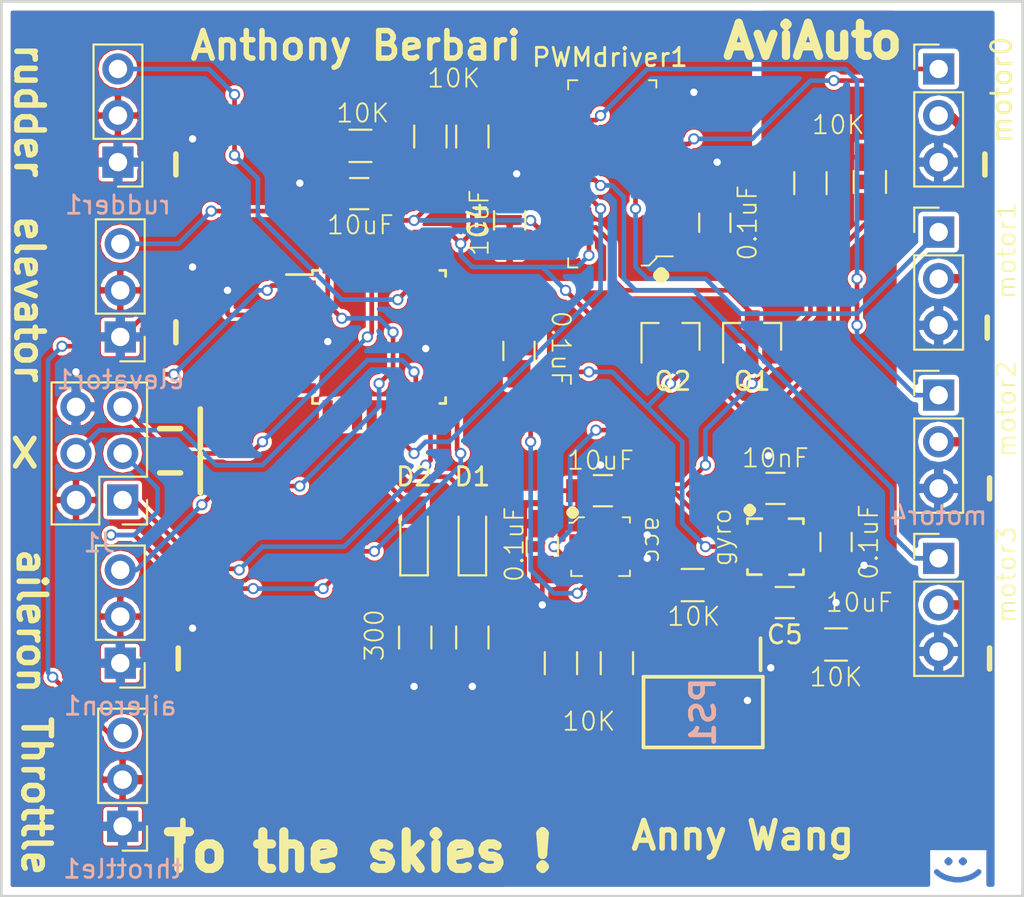
<source format=kicad_pcb>
(kicad_pcb (version 4) (host pcbnew 4.0.7)
  (layers (0 F.Cu signal) (31 B.Cu signal) (34 B.Paste user) (35 F.Paste user) (36 B.SilkS user) (37 F.SilkS user) (38 B.Mask user) (39 F.Mask user) (44 Edge.Cuts user))
  (net 0 "")
  (net 1 GND)
  (net 2 VCC)
  (net 3 "Net-(C9-Pad1)")
  (net 4 "Net-(D1-Pad1)")
  (net 5 "Net-(D1-Pad2)")
  (net 6 "Net-(D2-Pad1)")
  (net 7 "Net-(D2-Pad2)")
  (net 8 VAA)
  (net 9 "Net-(J1-Pad1)")
  (net 10 "Net-(J1-Pad3)")
  (net 11 "Net-(J1-Pad5)")
  (net 12 "Net-(PWMdriver1-Pad6)")
  (net 13 "Net-(PWMdriver1-Pad10)")
  (net 14 "Net-(PWMdriver1-Pad17)")
  (net 15 "Net-(PWMdriver1-Pad22)")
  (net 16 "Net-(PWMdriver1-Pad23)")
  (net 17 "Net-(PWMdriver1-Pad26)")
  (net 18 "Net-(PWMdriver1-Pad27)")
  (net 19 "Net-(J1-Pad4)")
  (net 20 "Net-(U1-Pad32)")
  (net 21 "Net-(U1-Pad31)")
  (net 22 "Net-(U1-Pad26)")
  (net 23 "Net-(U1-Pad1)")
  (net 24 "Net-(IC1-Pad2)")
  (net 25 "Net-(IC1-Pad3)")
  (net 26 "Net-(IC1-Pad4)")
  (net 27 "Net-(IC1-Pad5)")
  (net 28 "Net-(R9-Pad1)")
  (net 29 "Net-(R11-Pad2)")
  (module Capacitors_SMD:C_0805_HandSoldering (layer F.Cu) (at 251.968 83.058 180)
    (fp_text reference C5 (at 0 -1.75 180) (layer F.SilkS))
    (fp_text value 10u)
    (pad 1 smd rect (at -1.25 0 180) (size 1.5 1.25) (layers F.Cu F.Paste F.Mask) (net 1 GND))
    (pad 2 smd rect (at 1.25 0 180) (size 1.5 1.25) (layers F.Cu F.Paste F.Mask) (net 8 VAA))
  )
  (module Capacitors_SMD:C_0805_HandSoldering (layer F.Cu) (at 254.762 79.756 270)
    (fp_text reference C6 hide)
    (fp_text value 0.1uF)
    (pad 1 smd rect (at -1.25 0 270) (size 1.5 1.25) (layers F.Cu F.Paste F.Mask) (net 8 VAA))
    (pad 2 smd rect (at 1.25 0 270) (size 1.5 1.25) (layers F.Cu F.Paste F.Mask) (net 1 GND))
  )
  (module Capacitors_SMD:C_0805_HandSoldering (layer F.Cu) (at 238.76 80.01 270)
    (fp_text reference C7 hide)
    (fp_text value 0.1uF)
    (pad 1 smd rect (at -1.25 0 270) (size 1.5 1.25) (layers F.Cu F.Paste F.Mask) (net 8 VAA))
    (pad 2 smd rect (at 1.25 0 270) (size 1.5 1.25) (layers F.Cu F.Paste F.Mask) (net 1 GND))
  )
  (module Capacitors_SMD:C_0805_HandSoldering (layer F.Cu) (at 242.062 76.962)
    (fp_text reference C8 hide)
    (fp_text value 10uF)
    (pad 1 smd rect (at -1.25 0) (size 1.5 1.25) (layers F.Cu F.Paste F.Mask) (net 8 VAA))
    (pad 2 smd rect (at 1.25 0) (size 1.5 1.25) (layers F.Cu F.Paste F.Mask) (net 1 GND))
  )
  (module Capacitors_SMD:C_0805_HandSoldering (layer F.Cu) (at 251.46 76.835 180)
    (fp_text reference C9 hide)
    (fp_text value 10nF)
    (pad 1 smd rect (at -1.25 0 180) (size 1.5 1.25) (layers F.Cu F.Paste F.Mask) (net 3 "Net-(C9-Pad1)"))
    (pad 2 smd rect (at 1.25 0 180) (size 1.5 1.25) (layers F.Cu F.Paste F.Mask) (net 1 GND))
  )
  (module LEDs:LED_0805_HandSoldering (layer F.Cu) (at 234.95 79.375 90)
    (fp_text reference D1 (at 3.175 0 180) (layer F.SilkS))
    (fp_text value green)
    (pad 1 smd rect (at -1.35 0 90) (size 1.5 1.3) (layers F.Cu F.Paste F.Mask) (net 4 "Net-(D1-Pad1)"))
    (pad 2 smd rect (at 1.35 0 90) (size 1.5 1.3) (layers F.Cu F.Paste F.Mask) (net 5 "Net-(D1-Pad2)"))
  )
  (module LEDs:LED_0805_HandSoldering (layer F.Cu) (at 231.775 79.375 90)
    (fp_text reference D2 (at 3.175 0 180) (layer F.SilkS))
    (fp_text value red)
    (pad 1 smd rect (at -1.35 0 90) (size 1.5 1.3) (layers F.Cu F.Paste F.Mask) (net 6 "Net-(D2-Pad1)"))
    (pad 2 smd rect (at 1.35 0 90) (size 1.5 1.3) (layers F.Cu F.Paste F.Mask) (net 7 "Net-(D2-Pad2)"))
  )
  (module digikey-footprints:TSSOP-28_W4.40mm (layer F.Cu) (at 242.57 59.69 90)
    (fp_text reference PWMdriver1 (at 6.35 -0.127 180) (layer F.SilkS))
    (fp_text value PCA9685PW_112)
    (pad 1 smd rect (at -4.225 2.8 90) (size 0.3 1.6) (layers F.Cu F.Paste F.Mask) (net 2 VCC))
    (pad 2 smd rect (at -3.575 2.8 90) (size 0.3 1.6) (layers F.Cu F.Paste F.Mask) (net 2 VCC))
    (pad 3 smd rect (at -2.925 2.8 90) (size 0.3 1.6) (layers F.Cu F.Paste F.Mask) (net 2 VCC))
    (pad 4 smd rect (at -2.275 2.8 90) (size 0.3 1.6) (layers F.Cu F.Paste F.Mask) (net 2 VCC))
    (pad 5 smd rect (at -1.625 2.8 90) (size 0.3 1.6) (layers F.Cu F.Paste F.Mask) (net 1 GND))
    (pad 6 smd rect (at -0.975 2.8 90) (size 0.3 1.6) (layers F.Cu F.Paste F.Mask) (net 12 "Net-(PWMdriver1-Pad6)"))
    (pad 7 smd rect (at -0.325 2.8 90) (size 0.3 1.6) (layers F.Cu F.Paste F.Mask))
    (pad 8 smd rect (at 0.325 2.8 90) (size 0.3 1.6) (layers F.Cu F.Paste F.Mask))
    (pad 9 smd rect (at 0.975 2.8 90) (size 0.3 1.6) (layers F.Cu F.Paste F.Mask))
    (pad 10 smd rect (at 1.625 2.8 90) (size 0.3 1.6) (layers F.Cu F.Paste F.Mask) (net 13 "Net-(PWMdriver1-Pad10)"))
    (pad 11 smd rect (at 2.275 2.8 90) (size 0.3 1.6) (layers F.Cu F.Paste F.Mask))
    (pad 12 smd rect (at 2.925 2.8 90) (size 0.3 1.6) (layers F.Cu F.Paste F.Mask))
    (pad 13 smd rect (at 3.575 2.8 90) (size 0.3 1.6) (layers F.Cu F.Paste F.Mask))
    (pad 14 smd rect (at 4.225 2.8 90) (size 0.3 1.6) (layers F.Cu F.Paste F.Mask) (net 1 GND))
    (pad 15 smd rect (at 4.225 -2.8 90) (size 0.3 1.6) (layers F.Cu F.Paste F.Mask))
    (pad 16 smd rect (at 3.575 -2.8 90) (size 0.3 1.6) (layers F.Cu F.Paste F.Mask))
    (pad 17 smd rect (at 2.925 -2.8 90) (size 0.3 1.6) (layers F.Cu F.Paste F.Mask) (net 14 "Net-(PWMdriver1-Pad17)"))
    (pad 18 smd rect (at 2.275 -2.8 90) (size 0.3 1.6) (layers F.Cu F.Paste F.Mask))
    (pad 19 smd rect (at 1.625 -2.8 90) (size 0.3 1.6) (layers F.Cu F.Paste F.Mask))
    (pad 20 smd rect (at 0.975 -2.8 90) (size 0.3 1.6) (layers F.Cu F.Paste F.Mask))
    (pad 21 smd rect (at 0.325 -2.8 90) (size 0.3 1.6) (layers F.Cu F.Paste F.Mask))
    (pad 22 smd rect (at -0.325 -2.8 90) (size 0.3 1.6) (layers F.Cu F.Paste F.Mask) (net 15 "Net-(PWMdriver1-Pad22)"))
    (pad 23 smd rect (at -0.975 -2.8 90) (size 0.3 1.6) (layers F.Cu F.Paste F.Mask) (net 16 "Net-(PWMdriver1-Pad23)"))
    (pad 24 smd rect (at -1.625 -2.8 90) (size 0.3 1.6) (layers F.Cu F.Paste F.Mask) (net 1 GND))
    (pad 25 smd rect (at -2.275 -2.8 90) (size 0.3 1.6) (layers F.Cu F.Paste F.Mask) (net 1 GND))
    (pad 26 smd rect (at -2.925 -2.8 90) (size 0.3 1.6) (layers F.Cu F.Paste F.Mask) (net 17 "Net-(PWMdriver1-Pad26)"))
    (pad 27 smd rect (at -3.575 -2.8 90) (size 0.3 1.6) (layers F.Cu F.Paste F.Mask) (net 18 "Net-(PWMdriver1-Pad27)"))
    (pad 28 smd rect (at -4.225 -2.8 90) (size 0.3 1.6) (layers F.Cu F.Paste F.Mask) (net 2 VCC))
  )
  (module Resistors_SMD:R_0805_HandSoldering (layer F.Cu) (at 234.95 57.658 90)
    (fp_text reference R1 hide)
    (fp_text value 10K)
    (pad 1 smd rect (at -1.35 0 90) (size 1.5 1.3) (layers F.Cu F.Paste F.Mask) (net 18 "Net-(PWMdriver1-Pad27)"))
    (pad 2 smd rect (at 1.35 0 90) (size 1.5 1.3) (layers F.Cu F.Paste F.Mask) (net 2 VCC))
  )
  (module Resistors_SMD:R_0805_HandSoldering (layer F.Cu) (at 232.664 57.658 90)
    (fp_text reference R2 hide)
    (fp_text value 10K)
    (pad 1 smd rect (at -1.35 0 90) (size 1.5 1.3) (layers F.Cu F.Paste F.Mask) (net 17 "Net-(PWMdriver1-Pad26)"))
    (pad 2 smd rect (at 1.35 0 90) (size 1.5 1.3) (layers F.Cu F.Paste F.Mask) (net 2 VCC))
  )
  (module Resistors_SMD:R_0805_HandSoldering (layer F.Cu) (at 234.95 84.963 270)
    (fp_text reference R3 hide)
    (fp_text value 300)
    (pad 1 smd rect (at -1.35 0 270) (size 1.5 1.3) (layers F.Cu F.Paste F.Mask) (net 4 "Net-(D1-Pad1)"))
    (pad 2 smd rect (at 1.35 0 270) (size 1.5 1.3) (layers F.Cu F.Paste F.Mask) (net 1 GND))
  )
  (module Resistors_SMD:R_0805_HandSoldering (layer F.Cu) (at 231.8385 84.963 270)
    (fp_text reference R4 hide)
    (fp_text value 300)
    (pad 1 smd rect (at -1.35 0 270) (size 1.5 1.3) (layers F.Cu F.Paste F.Mask) (net 6 "Net-(D2-Pad1)"))
    (pad 2 smd rect (at 1.35 0 270) (size 1.5 1.3) (layers F.Cu F.Paste F.Mask) (net 1 GND))
  )
  (module Resistors_SMD:R_0805_HandSoldering (layer F.Cu) (at 228.854 58.166)
    (fp_text reference R5 hide)
    (fp_text value 10K)
    (pad 1 smd rect (at -1.35 0) (size 1.5 1.3) (layers F.Cu F.Paste F.Mask) (net 11 "Net-(J1-Pad5)"))
    (pad 2 smd rect (at 1.35 0) (size 1.5 1.3) (layers F.Cu F.Paste F.Mask) (net 2 VCC))
  )
  (module Housings_QFP:TQFP-32_7x7mm_Pitch0.8mm (layer F.Cu) (at 229.87 68.58)
    (fp_text reference U1 hide)
    (fp_text value ATMEGA328-AU)
    (pad 1 smd rect (at -4.25 -2.8) (size 1.6 0.55) (layers F.Cu F.Paste F.Mask) (net 23 "Net-(U1-Pad1)"))
    (pad 2 smd rect (at -4.25 -2) (size 1.6 0.55) (layers F.Cu F.Paste F.Mask))
    (pad 3 smd rect (at -4.25 -1.2) (size 1.6 0.55) (layers F.Cu F.Paste F.Mask) (net 1 GND))
    (pad 4 smd rect (at -4.25 -0.4) (size 1.6 0.55) (layers F.Cu F.Paste F.Mask) (net 2 VCC))
    (pad 5 smd rect (at -4.25 0.4) (size 1.6 0.55) (layers F.Cu F.Paste F.Mask) (net 1 GND))
    (pad 6 smd rect (at -4.25 1.2) (size 1.6 0.55) (layers F.Cu F.Paste F.Mask) (net 2 VCC))
    (pad 7 smd rect (at -4.25 2) (size 1.6 0.55) (layers F.Cu F.Paste F.Mask))
    (pad 8 smd rect (at -4.25 2.8) (size 1.6 0.55) (layers F.Cu F.Paste F.Mask))
    (pad 9 smd rect (at -2.8 4.25 90) (size 1.6 0.55) (layers F.Cu F.Paste F.Mask))
    (pad 10 smd rect (at -2 4.25 90) (size 1.6 0.55) (layers F.Cu F.Paste F.Mask))
    (pad 11 smd rect (at -1.2 4.25 90) (size 1.6 0.55) (layers F.Cu F.Paste F.Mask))
    (pad 12 smd rect (at -0.4 4.25 90) (size 1.6 0.55) (layers F.Cu F.Paste F.Mask) (net 7 "Net-(D2-Pad2)"))
    (pad 13 smd rect (at 0.4 4.25 90) (size 1.6 0.55) (layers F.Cu F.Paste F.Mask) (net 5 "Net-(D1-Pad2)"))
    (pad 14 smd rect (at 1.2 4.25 90) (size 1.6 0.55) (layers F.Cu F.Paste F.Mask) (net 16 "Net-(PWMdriver1-Pad23)"))
    (pad 15 smd rect (at 2 4.25 90) (size 1.6 0.55) (layers F.Cu F.Paste F.Mask) (net 19 "Net-(J1-Pad4)"))
    (pad 16 smd rect (at 2.8 4.25 90) (size 1.6 0.55) (layers F.Cu F.Paste F.Mask) (net 9 "Net-(J1-Pad1)"))
    (pad 17 smd rect (at 4.25 2.8) (size 1.6 0.55) (layers F.Cu F.Paste F.Mask) (net 10 "Net-(J1-Pad3)"))
    (pad 18 smd rect (at 4.25 2) (size 1.6 0.55) (layers F.Cu F.Paste F.Mask) (net 2 VCC))
    (pad 19 smd rect (at 4.25 1.2) (size 1.6 0.55) (layers F.Cu F.Paste F.Mask))
    (pad 20 smd rect (at 4.25 0.4) (size 1.6 0.55) (layers F.Cu F.Paste F.Mask))
    (pad 21 smd rect (at 4.25 -0.4) (size 1.6 0.55) (layers F.Cu F.Paste F.Mask) (net 1 GND))
    (pad 22 smd rect (at 4.25 -1.2) (size 1.6 0.55) (layers F.Cu F.Paste F.Mask))
    (pad 23 smd rect (at 4.25 -2) (size 1.6 0.55) (layers F.Cu F.Paste F.Mask))
    (pad 24 smd rect (at 4.25 -2.8) (size 1.6 0.55) (layers F.Cu F.Paste F.Mask))
    (pad 25 smd rect (at 2.8 -4.25 90) (size 1.6 0.55) (layers F.Cu F.Paste F.Mask))
    (pad 26 smd rect (at 2 -4.25 90) (size 1.6 0.55) (layers F.Cu F.Paste F.Mask) (net 22 "Net-(U1-Pad26)"))
    (pad 27 smd rect (at 1.2 -4.25 90) (size 1.6 0.55) (layers F.Cu F.Paste F.Mask) (net 18 "Net-(PWMdriver1-Pad27)"))
    (pad 28 smd rect (at 0.4 -4.25 90) (size 1.6 0.55) (layers F.Cu F.Paste F.Mask) (net 17 "Net-(PWMdriver1-Pad26)"))
    (pad 29 smd rect (at -0.4 -4.25 90) (size 1.6 0.55) (layers F.Cu F.Paste F.Mask) (net 11 "Net-(J1-Pad5)"))
    (pad 30 smd rect (at -1.2 -4.25 90) (size 1.6 0.55) (layers F.Cu F.Paste F.Mask))
    (pad 31 smd rect (at -2 -4.25 90) (size 1.6 0.55) (layers F.Cu F.Paste F.Mask) (net 21 "Net-(U1-Pad31)"))
    (pad 32 smd rect (at -2.8 -4.25 90) (size 1.6 0.55) (layers F.Cu F.Paste F.Mask) (net 20 "Net-(U1-Pad32)"))
  )
  (module TO_SOT_Packages_SMD:SOT-23 (layer F.Cu) (at 250.19 68.58 90)
    (fp_text reference Q1 (at -2.413 0 180) (layer F.SilkS))
    (fp_text value BSS138)
    (pad 1 smd rect (at -1 -0.95 90) (size 0.9 0.8) (layers F.Cu F.Paste F.Mask) (net 8 VAA))
    (pad 2 smd rect (at -1 0.95 90) (size 0.9 0.8) (layers F.Cu F.Paste F.Mask) (net 24 "Net-(IC1-Pad2)"))
    (pad 3 smd rect (at 1 0 90) (size 0.9 0.8) (layers F.Cu F.Paste F.Mask) (net 17 "Net-(PWMdriver1-Pad26)"))
  )
  (module TO_SOT_Packages_SMD:SOT-23 (layer F.Cu) (at 245.745 68.58 90)
    (fp_text reference Q2 (at -2.413 0.127 180) (layer F.SilkS))
    (fp_text value BSS138)
    (pad 1 smd rect (at -1 -0.95 90) (size 0.9 0.8) (layers F.Cu F.Paste F.Mask) (net 8 VAA))
    (pad 2 smd rect (at -1 0.95 90) (size 0.9 0.8) (layers F.Cu F.Paste F.Mask) (net 25 "Net-(IC1-Pad3)"))
    (pad 3 smd rect (at 1 0 90) (size 0.9 0.8) (layers F.Cu F.Paste F.Mask) (net 18 "Net-(PWMdriver1-Pad27)"))
  )
  (module Capacitors_SMD:C_0805_HandSoldering (layer F.Cu) (at 237.49 69.342 270)
    (fp_text reference C1 hide)
    (fp_text value 0.1uF)
    (pad 1 smd rect (at -1.25 0 270) (size 1.5 1.25) (layers F.Cu F.Paste F.Mask) (net 1 GND))
    (pad 2 smd rect (at 1.25 0 270) (size 1.5 1.25) (layers F.Cu F.Paste F.Mask) (net 2 VCC))
  )
  (module Capacitors_SMD:C_0805_HandSoldering (layer F.Cu) (at 248.158 62.357 90)
    (fp_text reference C3 hide)
    (fp_text value 0.1uF)
    (pad 1 smd rect (at -1.25 0 90) (size 1.5 1.25) (layers F.Cu F.Paste F.Mask) (net 2 VCC))
    (pad 2 smd rect (at 1.25 0 90) (size 1.5 1.25) (layers F.Cu F.Paste F.Mask) (net 1 GND))
  )
  (module Capacitors_SMD:C_0805_HandSoldering (layer F.Cu) (at 236.982 62.23 90)
    (fp_text reference C4 (at 0 -1.75 90) (layer F.SilkS))
    (fp_text value 10uF)
    (pad 1 smd rect (at -1.25 0 90) (size 1.5 1.25) (layers F.Cu F.Paste F.Mask) (net 2 VCC))
    (pad 2 smd rect (at 1.25 0 90) (size 1.5 1.25) (layers F.Cu F.Paste F.Mask) (net 1 GND))
  )
  (module footprints:L3gd20h (layer F.Cu) (at 251.46 80.01)
    (fp_text reference IC1 hide)
    (fp_text value L3GD20H hide)
    (pad 1 smd rect (at -1.275 -1 90) (size 0.3 0.7) (layers F.Cu F.Paste F.Mask) (net 8 VAA))
    (pad 2 smd rect (at -1.275 -0.5 90) (size 0.3 0.7) (layers F.Cu F.Paste F.Mask) (net 24 "Net-(IC1-Pad2)"))
    (pad 3 smd rect (at -1.275 0 90) (size 0.3 0.7) (layers F.Cu F.Paste F.Mask) (net 25 "Net-(IC1-Pad3)"))
    (pad 4 smd rect (at -1.275 0.5 90) (size 0.3 0.7) (layers F.Cu F.Paste F.Mask) (net 26 "Net-(IC1-Pad4)"))
    (pad 5 smd rect (at -1.275 1 90) (size 0.3 0.7) (layers F.Cu F.Paste F.Mask) (net 27 "Net-(IC1-Pad5)"))
    (pad 6 smd rect (at -0.5 1.275) (size 0.3 0.7) (layers F.Cu F.Paste F.Mask))
    (pad 7 smd rect (at 0 1.275) (size 0.3 0.7) (layers F.Cu F.Paste F.Mask))
    (pad 8 smd rect (at 0.5 1.275) (size 0.3 0.7) (layers F.Cu F.Paste F.Mask) (net 1 GND))
    (pad 9 smd rect (at 1.275 1 90) (size 0.3 0.7) (layers F.Cu F.Paste F.Mask) (net 1 GND))
    (pad 10 smd rect (at 1.275 0.5 90) (size 0.3 0.7) (layers F.Cu F.Paste F.Mask) (net 1 GND))
    (pad 11 smd rect (at 1.275 0 90) (size 0.3 0.7) (layers F.Cu F.Paste F.Mask) (net 1 GND))
    (pad 12 smd rect (at 1.275 -0.5 90) (size 0.3 0.7) (layers F.Cu F.Paste F.Mask) (net 1 GND))
    (pad 13 smd rect (at 1.275 -1 90) (size 0.3 0.7) (layers F.Cu F.Paste F.Mask) (net 1 GND))
    (pad 14 smd rect (at 0.5 -1.275) (size 0.3 0.7) (layers F.Cu F.Paste F.Mask) (net 3 "Net-(C9-Pad1)"))
    (pad 15 smd rect (at 0 -1.275) (size 0.3 0.7) (layers F.Cu F.Paste F.Mask) (net 8 VAA))
    (pad 16 smd rect (at -0.5 -1.275) (size 0.3 0.7) (layers F.Cu F.Paste F.Mask) (net 8 VAA))
  )
  (module Pin_Headers:Pin_Header_Straight_1x03_Pitch2.54mm (layer F.Cu) (at 215.773 86.36 180)
    (fp_text reference aileron1 (at 0 -2.33 180) (layer B.SilkS) (effects (justify mirror)))
    (fp_text value Conn_01x03)
    (pad 1 thru_hole rect (at 0 0 180) (size 1.7 1.7) (drill 1) (layers *.Cu *.Mask) (net 1 GND))
    (pad 2 thru_hole oval (at 0 2.54 180) (size 1.7 1.7) (drill 1) (layers *.Cu *.Mask) (net 2 VCC))
    (pad 3 thru_hole oval (at 0 5.08 180) (size 1.7 1.7) (drill 1) (layers *.Cu *.Mask) (net 20 "Net-(U1-Pad32)"))
  )
  (module Capacitors_SMD:C_0805_HandSoldering (layer F.Cu) (at 228.7905 60.7695)
    (fp_text reference C2 hide)
    (fp_text value 10uF)
    (pad 1 smd rect (at -1.25 0) (size 1.5 1.25) (layers F.Cu F.Paste F.Mask) (net 1 GND))
    (pad 2 smd rect (at 1.25 0) (size 1.5 1.25) (layers F.Cu F.Paste F.Mask) (net 2 VCC))
  )
  (module Pin_Headers:Pin_Header_Straight_1x03_Pitch2.54mm (layer F.Cu) (at 215.773 68.58 180)
    (fp_text reference elevator1 (at 0 -2.33 180) (layer B.SilkS) (effects (justify mirror)))
    (fp_text value Conn_01x03)
    (pad 1 thru_hole rect (at 0 0 180) (size 1.7 1.7) (drill 1) (layers *.Cu *.Mask) (net 1 GND))
    (pad 2 thru_hole oval (at 0 2.54 180) (size 1.7 1.7) (drill 1) (layers *.Cu *.Mask) (net 2 VCC))
    (pad 3 thru_hole oval (at 0 5.08 180) (size 1.7 1.7) (drill 1) (layers *.Cu *.Mask) (net 21 "Net-(U1-Pad31)"))
  )
  (module Pin_Headers:Pin_Header_Straight_2x03_Pitch2.54mm (layer F.Cu) (at 215.9 77.47 180)
    (fp_text reference J1 (at 1.27 -2.33 180) (layer B.SilkS) (effects (justify mirror)))
    (fp_text value programmer)
    (pad 1 thru_hole rect (at 0 0 180) (size 1.7 1.7) (drill 1) (layers *.Cu *.Mask) (net 9 "Net-(J1-Pad1)"))
    (pad 2 thru_hole oval (at 2.54 0 180) (size 1.7 1.7) (drill 1) (layers *.Cu *.Mask) (net 2 VCC))
    (pad 3 thru_hole oval (at 0 2.54 180) (size 1.7 1.7) (drill 1) (layers *.Cu *.Mask) (net 10 "Net-(J1-Pad3)"))
    (pad 4 thru_hole oval (at 2.54 2.54 180) (size 1.7 1.7) (drill 1) (layers *.Cu *.Mask) (net 19 "Net-(J1-Pad4)"))
    (pad 5 thru_hole oval (at 0 5.08 180) (size 1.7 1.7) (drill 1) (layers *.Cu *.Mask) (net 11 "Net-(J1-Pad5)"))
    (pad 6 thru_hole oval (at 2.54 5.08 180) (size 1.7 1.7) (drill 1) (layers *.Cu *.Mask) (net 1 GND))
  )
  (module Pin_Headers:Pin_Header_Straight_1x03_Pitch2.54mm (layer F.Cu) (at 260.35 62.865)
    (fp_text reference motor1 hide)
    (fp_text value Conn_01x03)
    (pad 1 thru_hole rect (at 0 0) (size 1.7 1.7) (drill 1) (layers *.Cu *.Mask) (net 12 "Net-(PWMdriver1-Pad6)"))
    (pad 2 thru_hole oval (at 0 2.54) (size 1.7 1.7) (drill 1) (layers *.Cu *.Mask) (net 2 VCC))
    (pad 3 thru_hole oval (at 0 5.08) (size 1.7 1.7) (drill 1) (layers *.Cu *.Mask) (net 1 GND))
  )
  (module Pin_Headers:Pin_Header_Straight_1x03_Pitch2.54mm (layer F.Cu) (at 260.35 53.975)
    (fp_text reference motor2 hide)
    (fp_text value Conn_01x03)
    (pad 1 thru_hole rect (at 0 0) (size 1.7 1.7) (drill 1) (layers *.Cu *.Mask) (net 13 "Net-(PWMdriver1-Pad10)"))
    (pad 2 thru_hole oval (at 0 2.54) (size 1.7 1.7) (drill 1) (layers *.Cu *.Mask) (net 2 VCC))
    (pad 3 thru_hole oval (at 0 5.08) (size 1.7 1.7) (drill 1) (layers *.Cu *.Mask) (net 1 GND))
  )
  (module Pin_Headers:Pin_Header_Straight_1x03_Pitch2.54mm (layer F.Cu) (at 260.35 71.755)
    (fp_text reference motor3 hide)
    (fp_text value Conn_01x03)
    (pad 1 thru_hole rect (at 0 0) (size 1.7 1.7) (drill 1) (layers *.Cu *.Mask) (net 14 "Net-(PWMdriver1-Pad17)"))
    (pad 2 thru_hole oval (at 0 2.54) (size 1.7 1.7) (drill 1) (layers *.Cu *.Mask) (net 2 VCC))
    (pad 3 thru_hole oval (at 0 5.08) (size 1.7 1.7) (drill 1) (layers *.Cu *.Mask) (net 1 GND))
  )
  (module Pin_Headers:Pin_Header_Straight_1x03_Pitch2.54mm (layer F.Cu) (at 260.35 80.645)
    (fp_text reference motor4 (at 0 -2.33) (layer B.SilkS) (effects (justify mirror)))
    (fp_text value Conn_01x03)
    (pad 1 thru_hole rect (at 0 0) (size 1.7 1.7) (drill 1) (layers *.Cu *.Mask) (net 15 "Net-(PWMdriver1-Pad22)"))
    (pad 2 thru_hole oval (at 0 2.54) (size 1.7 1.7) (drill 1) (layers *.Cu *.Mask) (net 2 VCC))
    (pad 3 thru_hole oval (at 0 5.08) (size 1.7 1.7) (drill 1) (layers *.Cu *.Mask) (net 1 GND))
  )
  (module SamacSys_Parts:SOT230P700X170-4N (layer F.Cu) (at 247.523 89.027 270)
    (fp_text reference PS1 (at 0 0 270) (layer B.SilkS) (effects (font (size 1.27 1.27) (thickness 0.254)) (justify mirror)))
    (fp_text value SPX1117M3-L-5-0_TR hide)
    (pad 1 smd rect (at -3.15 -2.3) (size 0.95 1.75) (layers F.Cu F.Paste F.Mask) (net 1 GND))
    (pad 2 smd rect (at -3.15 0) (size 0.95 1.75) (layers F.Cu F.Paste F.Mask) (net 8 VAA))
    (pad 3 smd rect (at -3.15 2.3) (size 0.95 1.75) (layers F.Cu F.Paste F.Mask) (net 2 VCC))
    (pad 4 smd rect (at 3.15 0 270) (size 1.75 3.2) (layers F.Cu F.Paste F.Mask))
  )
  (module Resistors_SMD:R_0805_HandSoldering (layer F.Cu) (at 256.6035 60.1345 270)
    (fp_text reference R6 hide)
    (fp_text value 10K)
    (pad 1 smd rect (at -1.35 0 270) (size 1.5 1.3) (layers F.Cu F.Paste F.Mask) (net 8 VAA))
    (pad 2 smd rect (at 1.35 0 270) (size 1.5 1.3) (layers F.Cu F.Paste F.Mask) (net 25 "Net-(IC1-Pad3)"))
  )
  (module Resistors_SMD:R_0805_HandSoldering (layer F.Cu) (at 253.365 60.198 270)
    (fp_text reference R7 hide)
    (fp_text value 10K)
    (pad 1 smd rect (at -1.35 0 270) (size 1.5 1.3) (layers F.Cu F.Paste F.Mask) (net 8 VAA))
    (pad 2 smd rect (at 1.35 0 270) (size 1.5 1.3) (layers F.Cu F.Paste F.Mask) (net 24 "Net-(IC1-Pad2)"))
  )
  (module Resistors_SMD:R_0805_HandSoldering (layer F.Cu) (at 246.9515 82.1055 180)
    (fp_text reference R8 hide)
    (fp_text value 10K)
    (pad 1 smd rect (at -1.35 0 180) (size 1.5 1.3) (layers F.Cu F.Paste F.Mask) (net 26 "Net-(IC1-Pad4)"))
    (pad 2 smd rect (at 1.35 0 180) (size 1.5 1.3) (layers F.Cu F.Paste F.Mask) (net 8 VAA))
  )
  (module Resistors_SMD:R_0805_HandSoldering (layer F.Cu) (at 242.824 86.36 270)
    (fp_text reference R9 hide)
    (fp_text value 10K)
    (pad 1 smd rect (at -1.35 0 270) (size 1.5 1.3) (layers F.Cu F.Paste F.Mask) (net 28 "Net-(R9-Pad1)"))
    (pad 2 smd rect (at 1.35 0 270) (size 1.5 1.3) (layers F.Cu F.Paste F.Mask) (net 8 VAA))
  )
  (module Resistors_SMD:R_0805_HandSoldering (layer F.Cu) (at 254.762 85.344)
    (fp_text reference R10 hide)
    (fp_text value 10K)
    (pad 1 smd rect (at -1.35 0) (size 1.5 1.3) (layers F.Cu F.Paste F.Mask) (net 27 "Net-(IC1-Pad5)"))
    (pad 2 smd rect (at 1.35 0) (size 1.5 1.3) (layers F.Cu F.Paste F.Mask) (net 8 VAA))
  )
  (module Resistors_SMD:R_0805_HandSoldering (layer F.Cu) (at 239.776 86.36 90)
    (fp_text reference R11 hide)
    (fp_text value 10K)
    (pad 1 smd rect (at -1.35 0 90) (size 1.5 1.3) (layers F.Cu F.Paste F.Mask) (net 8 VAA))
    (pad 2 smd rect (at 1.35 0 90) (size 1.5 1.3) (layers F.Cu F.Paste F.Mask) (net 29 "Net-(R11-Pad2)"))
  )
  (module Pin_Headers:Pin_Header_Straight_1x03_Pitch2.54mm (layer F.Cu) (at 215.646 59.055 180)
    (fp_text reference rudder1 (at 0 -2.33 180) (layer B.SilkS) (effects (justify mirror)))
    (fp_text value Conn_01x03)
    (pad 1 thru_hole rect (at 0 0 180) (size 1.7 1.7) (drill 1) (layers *.Cu *.Mask) (net 1 GND))
    (pad 2 thru_hole oval (at 0 2.54 180) (size 1.7 1.7) (drill 1) (layers *.Cu *.Mask) (net 2 VCC))
    (pad 3 thru_hole oval (at 0 5.08 180) (size 1.7 1.7) (drill 1) (layers *.Cu *.Mask) (net 22 "Net-(U1-Pad26)"))
  )
  (module Pin_Headers:Pin_Header_Straight_1x03_Pitch2.54mm (layer F.Cu) (at 215.9 95.25 180)
    (fp_text reference throttle1 (at 0 -2.33 180) (layer B.SilkS) (effects (justify mirror)))
    (fp_text value Conn_01x03)
    (pad 1 thru_hole rect (at 0 0 180) (size 1.7 1.7) (drill 1) (layers *.Cu *.Mask) (net 1 GND))
    (pad 2 thru_hole oval (at 0 2.54 180) (size 1.7 1.7) (drill 1) (layers *.Cu *.Mask) (net 2 VCC))
    (pad 3 thru_hole oval (at 0 5.08 180) (size 1.7 1.7) (drill 1) (layers *.Cu *.Mask) (net 23 "Net-(U1-Pad1)"))
  )
  (module footprints:Lis3dh (layer F.Cu) (at 241.935 80.01)
    (fp_text reference U2 hide)
    (fp_text value LIS3DHTR)
    (pad 3 smd rect (at -1.275 0) (size 0.85 0.35) (layers F.Cu F.Paste F.Mask))
    (pad 2 smd rect (at -1.275 -0.5) (size 0.85 0.35) (layers F.Cu F.Paste F.Mask))
    (pad 1 smd rect (at -1.275 -1) (size 0.85 0.35) (layers F.Cu F.Paste F.Mask) (net 8 VAA))
    (pad 4 smd rect (at -1.275 0.5) (size 0.85 0.35) (layers F.Cu F.Paste F.Mask) (net 24 "Net-(IC1-Pad2)"))
    (pad 5 smd rect (at -1.275 1) (size 0.85 0.35) (layers F.Cu F.Paste F.Mask) (net 1 GND))
    (pad 15 smd rect (at 0 -1.275) (size 0.35 0.75) (layers F.Cu F.Paste F.Mask))
    (pad 16 smd rect (at -0.5 -1.275) (size 0.35 0.75) (layers F.Cu F.Paste F.Mask))
    (pad 14 smd rect (at 0.5 -1.275) (size 0.35 0.75) (layers F.Cu F.Paste F.Mask) (net 8 VAA))
    (pad 13 smd rect (at 1.275 -1) (size 0.85 0.35) (layers F.Cu F.Paste F.Mask))
    (pad 12 smd rect (at 1.275 -0.5) (size 0.85 0.35) (layers F.Cu F.Paste F.Mask) (net 1 GND))
    (pad 11 smd rect (at 1.275 0) (size 0.85 0.35) (layers F.Cu F.Paste F.Mask))
    (pad 10 smd rect (at 1.275 0.5) (size 0.85 0.35) (layers F.Cu F.Paste F.Mask) (net 1 GND))
    (pad 9 smd rect (at 1.275 1) (size 0.85 0.35) (layers F.Cu F.Paste F.Mask))
    (pad 6 smd rect (at -0.5 1.275) (size 0.35 0.85) (layers F.Cu F.Paste F.Mask) (net 25 "Net-(IC1-Pad3)"))
    (pad 7 smd rect (at 0 1.275) (size 0.35 0.85) (layers F.Cu F.Paste F.Mask) (net 29 "Net-(R11-Pad2)"))
    (pad 8 smd rect (at 0.5 1.275) (size 0.35 0.85) (layers F.Cu F.Paste F.Mask) (net 28 "Net-(R9-Pad1)"))
  )
  (gr_text ":)" (at 261.493 97.663 270) (layer B.Cu) (effects (font (size 1.5 1.5) (thickness 0.3))))
  (gr_line (start 264.922 99.06) (end 264.922 50.292) (angle 90) (layer Edge.Cuts) (width 0.15))
  (gr_line (start 209.296 99.06) (end 264.922 99.06) (angle 90) (layer Edge.Cuts) (width 0.15))
  (gr_line (start 209.296 50.292) (end 209.296 99.06) (angle 90) (layer Edge.Cuts) (width 0.15))
  (gr_line (start 264.922 50.292) (end 209.296 50.292) (angle 90) (layer Edge.Cuts) (width 0.15))
  (gr_text motor3 (at 264.033 81.534 90) (layer F.SilkS) (effects (font (size 1 1) (thickness 0.1))))
  (gr_text motor2 (at 264.033 72.517 90) (layer F.SilkS) (effects (font (size 1 1) (thickness 0.1))))
  (gr_text motor1 (at 264.033 63.881 90) (layer F.SilkS) (effects (font (size 1 1) (thickness 0.1))))
  (gr_text gyro (at 248.539 79.502 90) (layer F.SilkS) (effects (font (size 1 1) (thickness 0.1))))
  (gr_text acc (at 244.856 79.629 270) (layer F.SilkS) (effects (font (size 1 1) (thickness 0.1))))
  (gr_text 0.1uF (at 239.776 69.215 270) (layer F.SilkS) (effects (font (size 1 1) (thickness 0.1))))
  (gr_text 10nF (at 251.46 75.184) (layer F.SilkS) (effects (font (size 1 1) (thickness 0.1))))
  (gr_text 0.1uF (at 256.54 79.756 90) (layer F.SilkS) (effects (font (size 1 1) (thickness 0.1))))
  (gr_text 10uF (at 256.032 83.058) (layer F.SilkS) (effects (font (size 1 1) (thickness 0.1))))
  (gr_text 10K (at 254.762 87.122) (layer F.SilkS) (effects (font (size 1 1) (thickness 0.1))))
  (gr_text 10K (at 241.3 89.535) (layer F.SilkS) (effects (font (size 1 1) (thickness 0.1))))
  (gr_text 0.1uF (at 237.236 79.883 90) (layer F.SilkS) (effects (font (size 1 1) (thickness 0.1))))
  (gr_text 10uF (at 241.935 75.311) (layer F.SilkS) (effects (font (size 1 1) (thickness 0.1))))
  (gr_text 10K (at 247.015 83.82) (layer F.SilkS) (effects (font (size 1 1) (thickness 0.1))))
  (gr_text . (at 250.063 77.216) (layer F.SilkS) (effects (font (size 2 2) (thickness 0.5))))
  (gr_text . (at 240.411 77.343) (layer F.SilkS) (effects (font (size 2 2) (thickness 0.5))))
  (gr_text 10K (at 254.889 57.023) (layer F.SilkS) (effects (font (size 1 1) (thickness 0.1))))
  (gr_text 0.1uF (at 249.936 62.357 90) (layer F.SilkS) (effects (font (size 1 1) (thickness 0.1))))
  (gr_text 10uF (at 235.331 62.357 90) (layer F.SilkS) (effects (font (size 1 1) (thickness 0.1))))
  (gr_text . (at 245.237 64.008) (layer F.SilkS) (effects (font (size 3 3) (thickness 0.6))))
  (gr_text 10K (at 233.934 54.483) (layer F.SilkS) (effects (font (size 1 1) (thickness 0.1))))
  (gr_text "10K\n" (at 228.981 56.388) (layer F.SilkS) (effects (font (size 1 1) (thickness 0.1))))
  (gr_text 10uF (at 228.854 62.484) (layer F.SilkS) (effects (font (size 1 1) (thickness 0.1))))
  (gr_text 300 (at 229.616 84.836 90) (layer F.SilkS) (effects (font (size 1 1) (thickness 0.1))))
  (gr_text - (at 219.075 95.504 90) (layer F.SilkS) (effects (font (size 1.5 1.5) (thickness 0.3))))
  (gr_text - (at 218.821 86.106 90) (layer F.SilkS) (effects (font (size 1.5 1.5) (thickness 0.3))))
  (gr_text - (at 218.694 68.326 90) (layer F.SilkS) (effects (font (size 1.5 1.5) (thickness 0.3))))
  (gr_text - (at 218.694 59.182 90) (layer F.SilkS) (effects (font (size 1.5 1.5) (thickness 0.3))))
  (gr_text - (at 262.763 59.182 90) (layer F.SilkS) (effects (font (size 1.5 1.5) (thickness 0.3))))
  (gr_text - (at 262.89 68.072 90) (layer F.SilkS) (effects (font (size 1.5 1.5) (thickness 0.3))))
  (gr_text - (at 263.017 76.835 90) (layer F.SilkS) (effects (font (size 1.5 1.5) (thickness 0.3))))
  (gr_text - (at 263.017 86.106 90) (layer F.SilkS) (effects (font (size 1.5 1.5) (thickness 0.3))))
  (gr_text motor0 (at 263.779 55.118 90) (layer F.SilkS) (effects (font (size 1.1 1.1))))
  (gr_text X (at 210.566 74.93) (layer F.SilkS) (effects (font (size 1.5 1.5) (thickness 0.3))))
  (gr_text "-|\n-|" (at 219.202 74.676) (layer F.SilkS) (effects (font (size 1.5 1.5) (thickness 0.3))))
  (gr_text "rudder\n" (at 210.82 56.261 270) (layer F.SilkS) (effects (font (size 1.5 1.5) (thickness 0.3))))
  (gr_text "aileron\n" (at 210.947 84.074 270) (layer F.SilkS) (effects (font (size 1.5 1.5) (thickness 0.3))))
  (gr_text elevator (at 210.82 66.548 270) (layer F.SilkS) (effects (font (size 1.5 1.5) (thickness 0.3))))
  (gr_text "Throttle\n" (at 211.201 93.599 270) (layer F.SilkS) (effects (font (size 1.5 1.5) (thickness 0.3))))
  (gr_text "Anny Wang" (at 249.682 95.758) (layer F.SilkS) (effects (font (size 1.5 1.5) (thickness 0.3))))
  (gr_text AviAuto (at 253.492 52.451) (layer F.SilkS) (effects (font (size 1.8 1.8) (thickness 0.45))))
  (gr_text "To the skies !" (at 228.727 96.647) (layer F.SilkS) (effects (font (size 2 2) (thickness 0.5))))
  (gr_text "Anthony Berbari" (at 228.6 52.705) (layer F.SilkS) (effects (font (size 1.5 1.5) (thickness 0.3))))
  (segment (start 236.982 60.98) (end 236.982 60.071) (width 0.254) (layer F.Cu) (net 1))
  (via (at 237.363 59.69) (size 0.6096) (drill 0.4) (layers F.Cu B.Cu) (net 1))
  (segment (start 236.982 60.071) (end 237.363 59.69) (width 0.254) (layer F.Cu) (net 1))
  (segment (start 236.982 60.98) (end 237.764 60.98) (width 0.254) (layer F.Cu) (net 1))
  (segment (start 238.099 61.315) (end 239.77 61.315) (width 0.254) (layer F.Cu) (net 1))
  (segment (start 237.764 60.98) (end 238.099 61.315) (width 0.254) (layer F.Cu) (net 1))
  (via (at 225.552 60.198) (size 0.6096) (drill 0.4) (layers F.Cu B.Cu) (net 1))
  (segment (start 226.1235 60.7695) (end 225.552 60.198) (width 0.254) (layer F.Cu) (net 1))
  (segment (start 227.5405 60.7695) (end 226.1235 60.7695) (width 0.254) (layer F.Cu) (net 1))
  (segment (start 252.735 81.01) (end 252.735 82.575) (width 0.254) (layer F.Cu) (net 1))
  (segment (start 252.735 82.575) (end 253.218 83.058) (width 0.254) (layer F.Cu) (net 1))
  (segment (start 249.823 85.877) (end 250.469 85.877) (width 0.254) (layer F.Cu) (net 1))
  (via (at 251.206 86.614) (size 0.6096) (drill 0.4) (layers F.Cu B.Cu) (net 1))
  (segment (start 250.469 85.877) (end 251.206 86.614) (width 0.254) (layer F.Cu) (net 1))
  (segment (start 254.762 81.006) (end 252.739 81.006) (width 0.254) (layer F.Cu) (net 1))
  (segment (start 252.739 81.006) (end 252.735 81.01) (width 0.254) (layer F.Cu) (net 1))
  (segment (start 254.762 81.006) (end 256.266 81.006) (width 0.254) (layer F.Cu) (net 1))
  (via (at 256.286 81.026) (size 0.6096) (drill 0.4) (layers F.Cu B.Cu) (net 1))
  (segment (start 256.266 81.006) (end 256.286 81.026) (width 0.254) (layer F.Cu) (net 1))
  (segment (start 253.218 83.058) (end 254.762 83.058) (width 0.254) (layer F.Cu) (net 1))
  (via (at 254.762 83.058) (size 0.6096) (drill 0.4) (layers F.Cu B.Cu) (net 1))
  (segment (start 253.218 83.058) (end 252.984 83.058) (width 0.254) (layer F.Cu) (net 1))
  (segment (start 243.185 76.835) (end 243.185 76.815) (width 0.254) (layer F.Cu) (net 1))
  (segment (start 243.185 76.815) (end 241.935 75.565) (width 0.254) (layer F.Cu) (net 1))
  (via (at 241.935 75.565) (size 0.6096) (drill 0.4) (layers F.Cu B.Cu) (net 1))
  (segment (start 248.158 61.107) (end 248.158 59.182) (width 0.254) (layer F.Cu) (net 1))
  (via (at 248.285 59.055) (size 0.6096) (drill 0.4) (layers F.Cu B.Cu) (net 1))
  (segment (start 248.158 59.182) (end 248.285 59.055) (width 0.254) (layer F.Cu) (net 1))
  (segment (start 245.37 61.315) (end 247.95 61.315) (width 0.254) (layer F.Cu) (net 1))
  (segment (start 247.95 61.315) (end 248.158 61.107) (width 0.254) (layer F.Cu) (net 1))
  (segment (start 252.735 79.01) (end 252.735 79.51) (width 0.254) (layer F.Cu) (net 1))
  (segment (start 252.735 79.51) (end 252.735 80.01) (width 0.254) (layer F.Cu) (net 1))
  (segment (start 252.735 80.01) (end 252.735 80.51) (width 0.254) (layer F.Cu) (net 1))
  (segment (start 252.735 80.51) (end 252.735 81.01) (width 0.254) (layer F.Cu) (net 1))
  (segment (start 252.735 81.01) (end 252.46 81.285) (width 0.254) (layer F.Cu) (net 1))
  (segment (start 252.46 81.285) (end 251.96 81.285) (width 0.254) (layer F.Cu) (net 1))
  (segment (start 231.775 86.44) (end 231.775 87.63) (width 0.254) (layer F.Cu) (net 1))
  (via (at 231.775 87.63) (size 0.6096) (drill 0.4) (layers F.Cu B.Cu) (net 1))
  (segment (start 234.95 86.44) (end 234.95 87.63) (width 0.254) (layer F.Cu) (net 1))
  (via (at 234.95 87.63) (size 0.6096) (drill 0.4) (layers F.Cu B.Cu) (net 1))
  (segment (start 215.9 59.055) (end 218.44 59.055) (width 0.254) (layer F.Cu) (net 1))
  (via (at 219.71 57.785) (size 0.6096) (drill 0.4) (layers F.Cu B.Cu) (net 1))
  (segment (start 218.44 59.055) (end 219.71 57.785) (width 0.254) (layer F.Cu) (net 1))
  (segment (start 215.9 68.58) (end 219.71 64.77) (width 0.254) (layer F.Cu) (net 1))
  (via (at 219.71 64.77) (size 0.6096) (drill 0.4) (layers F.Cu B.Cu) (net 1))
  (segment (start 215.9 86.36) (end 217.805 86.36) (width 0.254) (layer F.Cu) (net 1))
  (via (at 219.71 84.455) (size 0.6096) (drill 0.4) (layers F.Cu B.Cu) (net 1))
  (segment (start 217.805 86.36) (end 219.71 84.455) (width 0.254) (layer F.Cu) (net 1))
  (segment (start 249.95 85.75) (end 249.95 88.378) (width 0.508) (layer F.Cu) (net 1))
  (via (at 249.936 88.392) (size 0.6096) (drill 0.4) (layers F.Cu B.Cu) (net 1))
  (segment (start 249.95 88.378) (end 249.936 88.392) (width 0.508) (layer F.Cu) (net 1))
  (segment (start 250.21 76.835) (end 250.21 75.926) (width 0.254) (layer F.Cu) (net 1))
  (segment (start 251.079 75.057) (end 251.206 75.184) (width 0.254) (layer B.Cu) (net 1))
  (via (at 251.079 75.057) (size 0.6096) (drill 0.4) (layers F.Cu B.Cu) (net 1))
  (segment (start 250.21 75.926) (end 251.079 75.057) (width 0.254) (layer F.Cu) (net 1))
  (segment (start 225.62 68.98) (end 226.93 68.98) (width 0.254) (layer F.Cu) (net 1))
  (via (at 227.076 68.834) (size 0.6096) (drill 0.4) (layers F.Cu B.Cu) (net 1))
  (segment (start 226.93 68.98) (end 227.076 68.834) (width 0.254) (layer F.Cu) (net 1))
  (via (at 244.475 80.645) (size 0.6096) (drill 0.4) (layers F.Cu B.Cu) (net 1))
  (via (at 244.475 79.375) (size 0.6096) (drill 0.4) (layers F.Cu B.Cu) (net 1))
  (segment (start 244.34 79.51) (end 244.475 79.375) (width 0.254) (layer F.Cu) (net 1))
  (segment (start 243.16 79.51) (end 244.34 79.51) (width 0.254) (layer F.Cu) (net 1))
  (segment (start 243.16 80.51) (end 244.34 80.51) (width 0.254) (layer F.Cu) (net 1))
  (segment (start 244.34 80.51) (end 244.475 80.645) (width 0.254) (layer F.Cu) (net 1))
  (segment (start 213.36 72.39) (end 213.36 70.485) (width 0.254) (layer F.Cu) (net 1))
  (via (at 213.36 70.485) (size 0.6096) (drill 0.4) (layers F.Cu B.Cu) (net 1))
  (segment (start 221.615 67.33) (end 221.615 66.04) (width 0.254) (layer F.Cu) (net 1))
  (via (at 221.615 66.04) (size 0.6096) (drill 0.4) (layers F.Cu B.Cu) (net 1))
  (segment (start 250.21 76.835) (end 250.19 76.835) (width 0.254) (layer F.Cu) (net 1))
  (segment (start 234.12 68.18) (end 233.445 68.18) (width 0.254) (layer F.Cu) (net 1))
  (segment (start 233.445 68.18) (end 232.41 69.215) (width 0.254) (layer F.Cu) (net 1))
  (via (at 232.41 69.215) (size 0.6096) (drill 0.4) (layers F.Cu B.Cu) (net 1))
  (segment (start 237.49 67.965) (end 237.49 67.945) (width 0.254) (layer F.Cu) (net 1))
  (segment (start 245.37 55.465) (end 246.795 55.465) (width 0.254) (layer F.Cu) (net 1))
  (via (at 247.015 55.245) (size 0.6096) (drill 0.4) (layers F.Cu B.Cu) (net 1))
  (segment (start 246.795 55.465) (end 247.015 55.245) (width 0.254) (layer F.Cu) (net 1))
  (segment (start 238.76 81.26) (end 238.76 83.185) (width 0.254) (layer F.Cu) (net 1))
  (via (at 238.76 83.185) (size 0.6096) (drill 0.4) (layers F.Cu B.Cu) (net 1))
  (segment (start 240.71 81.01) (end 240.71 81.235) (width 0.254) (layer F.Cu) (net 1))
  (segment (start 240.685 81.26) (end 238.76 81.26) (width 0.254) (layer F.Cu) (net 1))
  (segment (start 240.71 81.235) (end 240.685 81.26) (width 0.254) (layer F.Cu) (net 1))
  (segment (start 247.95 61.315) (end 248.285 60.98) (width 0.254) (layer F.Cu) (net 1))
  (segment (start 225.62 67.38) (end 221.665 67.38) (width 0.254) (layer F.Cu) (net 1))
  (segment (start 221.665 67.38) (end 221.615 67.33) (width 0.254) (layer F.Cu) (net 1))
  (segment (start 234.12 68.18) (end 237.275 68.18) (width 0.254) (layer F.Cu) (net 1))
  (segment (start 237.275 68.18) (end 237.49 67.965) (width 0.254) (layer F.Cu) (net 1))
  (segment (start 239.77 61.965) (end 239.77 61.315) (width 0.254) (layer F.Cu) (net 1))
  (segment (start 241.3635 93.9165) (end 236.9185 93.9165) (width 0.762) (layer F.Cu) (net 2))
  (segment (start 235.712 92.71) (end 215.9 92.71) (width 0.508) (layer F.Cu) (net 2))
  (segment (start 236.9185 93.9165) (end 235.712 92.71) (width 0.762) (layer F.Cu) (net 2))
  (segment (start 245.35 85.75) (end 245.35 89.93) (width 0.508) (layer F.Cu) (net 2))
  (segment (start 245.35 89.93) (end 241.3635 93.9165) (width 0.508) (layer F.Cu) (net 2))
  (segment (start 241.3635 93.9165) (end 241.3 93.98) (width 0.508) (layer F.Cu) (net 2))
  (segment (start 225.62 69.78) (end 221.665 69.78) (width 0.254) (layer F.Cu) (net 2))
  (segment (start 221.665 69.78) (end 221.615 69.83) (width 0.254) (layer F.Cu) (net 2))
  (segment (start 260.35 83.185) (end 262.255 83.185) (width 0.508) (layer F.Cu) (net 2))
  (segment (start 260.35 74.295) (end 262.255 74.295) (width 0.508) (layer F.Cu) (net 2))
  (segment (start 260.35 65.405) (end 262.255 65.405) (width 0.508) (layer F.Cu) (net 2))
  (segment (start 261.62 93.98) (end 241.3 93.98) (width 0.508) (layer F.Cu) (net 2))
  (segment (start 262.255 93.345) (end 261.62 93.98) (width 0.508) (layer F.Cu) (net 2))
  (segment (start 262.255 57.785) (end 262.255 65.405) (width 0.508) (layer F.Cu) (net 2))
  (segment (start 262.255 65.405) (end 262.255 74.295) (width 0.508) (layer F.Cu) (net 2))
  (segment (start 262.255 74.295) (end 262.255 83.185) (width 0.508) (layer F.Cu) (net 2))
  (segment (start 262.255 83.185) (end 262.255 93.345) (width 0.508) (layer F.Cu) (net 2))
  (segment (start 260.985 56.515) (end 262.255 57.785) (width 0.508) (layer F.Cu) (net 2))
  (segment (start 260.35 56.515) (end 260.985 56.515) (width 0.508) (layer F.Cu) (net 2))
  (segment (start 221.665 69.78) (end 221.615 69.83) (width 0.508) (layer F.Cu) (net 2))
  (segment (start 225.62 69.78) (end 226.625 69.78) (width 0.254) (layer F.Cu) (net 2))
  (segment (start 227.565 68.18) (end 225.62 68.18) (width 0.254) (layer F.Cu) (net 2))
  (segment (start 228.6 69.215) (end 227.565 68.18) (width 0.254) (layer F.Cu) (net 2))
  (segment (start 228.6 69.85) (end 228.6 69.215) (width 0.254) (layer F.Cu) (net 2))
  (segment (start 227.965 70.485) (end 228.6 69.85) (width 0.254) (layer F.Cu) (net 2))
  (segment (start 227.33 70.485) (end 227.965 70.485) (width 0.254) (layer F.Cu) (net 2))
  (segment (start 226.625 69.78) (end 227.33 70.485) (width 0.254) (layer F.Cu) (net 2))
  (segment (start 234.235 70.465) (end 234.12 70.58) (width 0.254) (layer F.Cu) (net 2))
  (segment (start 251.96 78.81) (end 251.96 77.585) (width 0.254) (layer F.Cu) (net 3))
  (segment (start 251.96 77.585) (end 252.71 76.835) (width 0.254) (layer F.Cu) (net 3))
  (segment (start 234.95 83.74) (end 234.95 80.725) (width 0.254) (layer F.Cu) (net 4))
  (segment (start 234.95 78.025) (end 234.95 77.47) (width 0.254) (layer F.Cu) (net 5))
  (segment (start 234.95 77.47) (end 233.68 76.2) (width 0.254) (layer F.Cu) (net 5))
  (segment (start 230.27 74.695) (end 230.27 72.83) (width 0.254) (layer F.Cu) (net 5))
  (segment (start 231.775 76.2) (end 230.27 74.695) (width 0.254) (layer F.Cu) (net 5))
  (segment (start 233.68 76.2) (end 231.775 76.2) (width 0.254) (layer F.Cu) (net 5))
  (segment (start 231.775 83.74) (end 231.775 80.725) (width 0.254) (layer F.Cu) (net 6))
  (segment (start 229.47 74.93) (end 229.47 75.72) (width 0.254) (layer F.Cu) (net 7))
  (segment (start 229.47 75.72) (end 231.775 78.025) (width 0.254) (layer F.Cu) (net 7))
  (segment (start 229.47 74.93) (end 229.47 72.83) (width 0.254) (layer F.Cu) (net 7))
  (segment (start 251.46 78.735) (end 250.96 78.735) (width 0.254) (layer F.Cu) (net 8))
  (segment (start 241.574 77.724) (end 240.685 76.835) (width 0.254) (layer F.Cu) (net 8))
  (segment (start 242.189 77.724) (end 241.574 77.724) (width 0.254) (layer F.Cu) (net 8))
  (segment (start 242.435 77.97) (end 242.189 77.724) (width 0.254) (layer F.Cu) (net 8))
  (segment (start 250.96 78.735) (end 250.96 78.494) (width 0.254) (layer F.Cu) (net 8))
  (segment (start 250.96 78.494) (end 250.825 78.359) (width 0.254) (layer F.Cu) (net 8))
  (segment (start 250.825 78.359) (end 248.793 78.359) (width 0.254) (layer F.Cu) (net 8))
  (segment (start 250.185 79.01) (end 249.444 79.01) (width 0.254) (layer F.Cu) (net 8))
  (segment (start 249.444 79.01) (end 248.793 78.359) (width 0.254) (layer F.Cu) (net 8))
  (segment (start 244.795 69.58) (end 244.872 69.58) (width 0.254) (layer F.Cu) (net 8))
  (segment (start 244.872 69.58) (end 245.745 68.707) (width 0.254) (layer F.Cu) (net 8))
  (segment (start 245.745 68.707) (end 248.367 68.707) (width 0.254) (layer F.Cu) (net 8))
  (segment (start 248.367 68.707) (end 249.24 69.58) (width 0.254) (layer F.Cu) (net 8))
  (segment (start 237.363 79.121) (end 237.363 84.074) (width 0.508) (layer F.Cu) (net 8))
  (segment (start 237.724 78.76) (end 237.363 79.121) (width 0.508) (layer F.Cu) (net 8))
  (segment (start 238.76 78.76) (end 237.724 78.76) (width 0.508) (layer F.Cu) (net 8))
  (segment (start 242.435 78.735) (end 242.435 77.97) (width 0.254) (layer F.Cu) (net 8))
  (segment (start 240.685 76.835) (end 240.685 78.985) (width 0.254) (layer F.Cu) (net 8))
  (segment (start 240.685 78.985) (end 240.71 79.01) (width 0.254) (layer F.Cu) (net 8))
  (segment (start 240.71 79.01) (end 240.71 78.785) (width 0.254) (layer F.Cu) (net 8))
  (segment (start 240.685 78.76) (end 238.76 78.76) (width 0.254) (layer F.Cu) (net 8))
  (segment (start 240.71 78.785) (end 240.685 78.76) (width 0.254) (layer F.Cu) (net 8))
  (segment (start 220.2815 81.2165) (end 222.1865 81.2165) (width 0.254) (layer F.Cu) (net 9))
  (segment (start 223.52 80.01) (end 227.965 80.01) (width 0.254) (layer B.Cu) (net 9))
  (segment (start 222.25 81.28) (end 223.52 80.01) (width 0.254) (layer B.Cu) (net 9))
  (via (at 222.25 81.28) (size 0.6096) (drill 0.4) (layers F.Cu B.Cu) (net 9))
  (segment (start 222.1865 81.2165) (end 222.25 81.28) (width 0.254) (layer F.Cu) (net 9))
  (segment (start 216.535 77.47) (end 220.2815 81.2165) (width 0.254) (layer F.Cu) (net 9))
  (segment (start 220.2815 81.2165) (end 220.345 81.28) (width 0.254) (layer F.Cu) (net 9))
  (segment (start 215.9 77.47) (end 216.535 77.47) (width 0.254) (layer F.Cu) (net 9))
  (segment (start 227.965 80.01) (end 232.41 75.565) (width 0.254) (layer B.Cu) (net 9))
  (segment (start 232.67 72.83) (end 232.67 75.305) (width 0.254) (layer F.Cu) (net 9))
  (segment (start 232.41 75.565) (end 232.67 75.305) (width 0.254) (layer F.Cu) (net 9))
  (via (at 232.41 75.565) (size 0.6096) (drill 0.4) (layers F.Cu B.Cu) (net 9))
  (segment (start 218.44 81.28) (end 219.456 82.296) (width 0.254) (layer F.Cu) (net 10))
  (segment (start 215.265 79.375) (end 216.535 79.375) (width 0.254) (layer B.Cu) (net 10))
  (segment (start 216.535 79.375) (end 217.805 78.105) (width 0.254) (layer B.Cu) (net 10))
  (segment (start 217.805 78.105) (end 217.805 76.835) (width 0.254) (layer B.Cu) (net 10))
  (segment (start 215.9 74.93) (end 217.805 76.835) (width 0.254) (layer B.Cu) (net 10))
  (segment (start 216.535 79.375) (end 215.265 79.375) (width 0.254) (layer F.Cu) (net 10))
  (via (at 215.265 79.375) (size 0.6096) (drill 0.4) (layers F.Cu B.Cu) (net 10))
  (segment (start 218.44 81.28) (end 216.535 79.375) (width 0.254) (layer F.Cu) (net 10))
  (segment (start 234.315 75.565) (end 234.315 74.93) (width 0.254) (layer B.Cu) (net 10))
  (segment (start 229.616 80.264) (end 234.315 75.565) (width 0.254) (layer B.Cu) (net 10))
  (via (at 229.616 80.264) (size 0.6096) (drill 0.4) (layers F.Cu B.Cu) (net 10))
  (segment (start 228.854 80.264) (end 229.616 80.264) (width 0.254) (layer F.Cu) (net 10))
  (segment (start 226.822 82.296) (end 228.854 80.264) (width 0.254) (layer F.Cu) (net 10))
  (via (at 226.822 82.296) (size 0.6096) (drill 0.4) (layers F.Cu B.Cu) (net 10))
  (segment (start 223.012 82.296) (end 226.822 82.296) (width 0.254) (layer B.Cu) (net 10))
  (via (at 223.012 82.296) (size 0.6096) (drill 0.4) (layers F.Cu B.Cu) (net 10))
  (segment (start 219.456 82.296) (end 223.012 82.296) (width 0.254) (layer F.Cu) (net 10))
  (segment (start 234.12 71.38) (end 234.12 74.735) (width 0.254) (layer F.Cu) (net 10))
  (via (at 234.315 74.93) (size 0.6096) (drill 0.4) (layers F.Cu B.Cu) (net 10))
  (segment (start 234.12 74.735) (end 234.315 74.93) (width 0.254) (layer F.Cu) (net 10))
  (segment (start 234.12 71.38) (end 234.12 71.56) (width 0.254) (layer F.Cu) (net 10))
  (segment (start 229.47 64.33) (end 229.47 62.592) (width 0.254) (layer F.Cu) (net 11))
  (segment (start 228.854 59.516) (end 227.504 58.166) (width 0.254) (layer F.Cu) (net 11))
  (segment (start 228.854 61.976) (end 228.854 59.516) (width 0.254) (layer F.Cu) (net 11))
  (segment (start 229.47 62.592) (end 228.854 61.976) (width 0.254) (layer F.Cu) (net 11))
  (segment (start 221.615 75.01) (end 221.535 74.93) (width 0.254) (layer F.Cu) (net 11))
  (segment (start 221.535 74.93) (end 218.44 74.93) (width 0.254) (layer F.Cu) (net 11))
  (segment (start 221.615 75.01) (end 222.805 75.01) (width 0.254) (layer F.Cu) (net 11))
  (segment (start 222.805 75.01) (end 223.52 74.295) (width 0.254) (layer F.Cu) (net 11))
  (via (at 223.52 74.295) (size 0.6096) (drill 0.4) (layers F.Cu B.Cu) (net 11))
  (segment (start 223.52 74.295) (end 229.235 68.58) (width 0.254) (layer B.Cu) (net 11))
  (via (at 229.235 68.58) (size 0.6096) (drill 0.4) (layers F.Cu B.Cu) (net 11))
  (segment (start 229.235 68.58) (end 229.47 68.345) (width 0.254) (layer F.Cu) (net 11))
  (segment (start 218.44 74.93) (end 215.9 72.39) (width 0.254) (layer F.Cu) (net 11))
  (segment (start 229.47 68.345) (end 229.47 64.33) (width 0.254) (layer F.Cu) (net 11))
  (segment (start 249.555 67.31) (end 247.65 65.405) (width 0.254) (layer B.Cu) (net 12))
  (segment (start 255.905 67.31) (end 254.635 67.31) (width 0.254) (layer B.Cu) (net 12))
  (segment (start 260.35 62.865) (end 257.175 66.04) (width 0.254) (layer B.Cu) (net 12))
  (segment (start 254.635 67.31) (end 249.555 67.31) (width 0.254) (layer B.Cu) (net 12))
  (segment (start 257.175 66.04) (end 255.905 67.31) (width 0.254) (layer B.Cu) (net 12))
  (segment (start 243.84 60.96) (end 244.135 60.665) (width 0.254) (layer F.Cu) (net 12))
  (segment (start 243.84 61.595) (end 243.84 60.96) (width 0.254) (layer F.Cu) (net 12))
  (via (at 243.84 61.595) (size 0.6096) (drill 0.4) (layers F.Cu B.Cu) (net 12))
  (segment (start 243.84 64.77) (end 243.84 61.595) (width 0.254) (layer B.Cu) (net 12))
  (segment (start 244.475 65.405) (end 243.84 64.77) (width 0.254) (layer B.Cu) (net 12))
  (segment (start 247.65 65.405) (end 244.475 65.405) (width 0.254) (layer B.Cu) (net 12))
  (segment (start 244.135 60.665) (end 245.37 60.665) (width 0.254) (layer F.Cu) (net 12))
  (segment (start 245.37 60.665) (end 244.135 60.665) (width 0.254) (layer F.Cu) (net 12))
  (segment (start 250.19 57.785) (end 253.365 54.61) (width 0.254) (layer B.Cu) (net 13))
  (segment (start 246.735 58.065) (end 247.015 57.785) (width 0.254) (layer F.Cu) (net 13))
  (via (at 247.015 57.785) (size 0.6096) (drill 0.4) (layers F.Cu B.Cu) (net 13))
  (segment (start 247.015 57.785) (end 250.19 57.785) (width 0.254) (layer B.Cu) (net 13))
  (segment (start 245.37 58.065) (end 246.735 58.065) (width 0.254) (layer F.Cu) (net 13))
  (segment (start 257.175 53.975) (end 260.35 53.975) (width 0.254) (layer F.Cu) (net 13))
  (segment (start 256.54 54.61) (end 257.175 53.975) (width 0.254) (layer F.Cu) (net 13))
  (segment (start 254.635 54.61) (end 256.54 54.61) (width 0.254) (layer F.Cu) (net 13))
  (via (at 254.635 54.61) (size 0.6096) (drill 0.4) (layers F.Cu B.Cu) (net 13))
  (segment (start 253.365 54.61) (end 254.635 54.61) (width 0.254) (layer B.Cu) (net 13))
  (segment (start 255.905 62.23) (end 255.905 54.61) (width 0.254) (layer B.Cu) (net 14))
  (segment (start 241.685 56.765) (end 239.77 56.765) (width 0.254) (layer F.Cu) (net 14))
  (segment (start 241.935 56.515) (end 241.685 56.765) (width 0.254) (layer F.Cu) (net 14))
  (via (at 241.935 56.515) (size 0.6096) (drill 0.4) (layers F.Cu B.Cu) (net 14))
  (segment (start 244.475 53.975) (end 241.935 56.515) (width 0.254) (layer B.Cu) (net 14))
  (segment (start 248.285 53.975) (end 244.475 53.975) (width 0.254) (layer B.Cu) (net 14))
  (segment (start 255.27 53.975) (end 248.285 53.975) (width 0.254) (layer B.Cu) (net 14))
  (segment (start 255.905 54.61) (end 255.27 53.975) (width 0.254) (layer B.Cu) (net 14))
  (segment (start 255.905 68.58) (end 255.905 67.945) (width 0.254) (layer B.Cu) (net 14))
  (segment (start 259.08 71.755) (end 255.905 68.58) (width 0.254) (layer B.Cu) (net 14))
  (segment (start 259.08 71.755) (end 260.35 71.755) (width 0.254) (layer B.Cu) (net 14))
  (segment (start 255.905 65.405) (end 255.905 62.23) (width 0.254) (layer B.Cu) (net 14))
  (via (at 255.905 65.405) (size 0.6096) (drill 0.4) (layers F.Cu B.Cu) (net 14))
  (segment (start 255.905 67.945) (end 255.905 65.405) (width 0.254) (layer F.Cu) (net 14))
  (via (at 255.905 67.945) (size 0.6096) (drill 0.4) (layers F.Cu B.Cu) (net 14))
  (segment (start 242.57 60.325) (end 241.935 60.325) (width 0.254) (layer B.Cu) (net 15))
  (segment (start 259.08 80.645) (end 257.81 79.375) (width 0.254) (layer B.Cu) (net 15))
  (segment (start 257.81 79.375) (end 257.81 76.835) (width 0.254) (layer B.Cu) (net 15))
  (segment (start 257.81 76.835) (end 247.015 66.04) (width 0.254) (layer B.Cu) (net 15))
  (segment (start 247.015 66.04) (end 243.84 66.04) (width 0.254) (layer B.Cu) (net 15))
  (segment (start 243.84 66.04) (end 243.205 65.405) (width 0.254) (layer B.Cu) (net 15))
  (segment (start 243.205 65.405) (end 243.205 60.96) (width 0.254) (layer B.Cu) (net 15))
  (segment (start 243.205 60.96) (end 242.57 60.325) (width 0.254) (layer B.Cu) (net 15))
  (segment (start 260.35 80.645) (end 259.08 80.645) (width 0.254) (layer B.Cu) (net 15))
  (segment (start 241.625 60.015) (end 239.77 60.015) (width 0.254) (layer F.Cu) (net 15))
  (segment (start 241.935 60.325) (end 241.625 60.015) (width 0.254) (layer F.Cu) (net 15))
  (via (at 241.935 60.325) (size 0.6096) (drill 0.4) (layers F.Cu B.Cu) (net 15))
  (segment (start 231.07 72.83) (end 231.07 74.225) (width 0.254) (layer F.Cu) (net 16))
  (segment (start 241.005 60.665) (end 239.77 60.665) (width 0.254) (layer F.Cu) (net 16))
  (segment (start 241.935 61.595) (end 241.005 60.665) (width 0.254) (layer F.Cu) (net 16))
  (via (at 241.935 61.595) (size 0.6096) (drill 0.4) (layers F.Cu B.Cu) (net 16))
  (segment (start 241.935 66.04) (end 241.935 61.595) (width 0.254) (layer B.Cu) (net 16))
  (segment (start 233.68 74.295) (end 241.935 66.04) (width 0.254) (layer B.Cu) (net 16))
  (segment (start 232.41 74.295) (end 233.68 74.295) (width 0.254) (layer B.Cu) (net 16))
  (segment (start 231.775 74.93) (end 232.41 74.295) (width 0.254) (layer B.Cu) (net 16))
  (via (at 231.775 74.93) (size 0.6096) (drill 0.4) (layers F.Cu B.Cu) (net 16))
  (segment (start 231.07 74.225) (end 231.775 74.93) (width 0.254) (layer F.Cu) (net 16))
  (segment (start 232.664 59.262) (end 232.664 61.341) (width 0.254) (layer F.Cu) (net 17))
  (segment (start 232.664 61.341) (end 231.775 62.23) (width 0.254) (layer F.Cu) (net 17))
  (segment (start 231.14 62.23) (end 231.775 62.23) (width 0.254) (layer F.Cu) (net 17))
  (segment (start 231.14 62.23) (end 230.27 63.1) (width 0.254) (layer F.Cu) (net 17))
  (via (at 231.775 62.23) (size 0.6096) (drill 0.4) (layers F.Cu B.Cu) (net 17))
  (segment (start 231.775 62.23) (end 238.125 62.23) (width 0.254) (layer B.Cu) (net 17))
  (via (at 238.125 62.23) (size 0.6096) (drill 0.4) (layers F.Cu B.Cu) (net 17))
  (segment (start 238.125 62.23) (end 238.51 62.615) (width 0.254) (layer F.Cu) (net 17))
  (segment (start 250.19 67.58) (end 250.19 67.31) (width 0.254) (layer F.Cu) (net 17))
  (segment (start 250.19 67.31) (end 248.92 66.04) (width 0.254) (layer F.Cu) (net 17))
  (segment (start 248.92 66.04) (end 243.205 66.04) (width 0.254) (layer F.Cu) (net 17))
  (segment (start 243.205 66.04) (end 242.57 65.405) (width 0.254) (layer F.Cu) (net 17))
  (segment (start 242.57 65.405) (end 242.57 63.5) (width 0.254) (layer F.Cu) (net 17))
  (segment (start 242.57 63.5) (end 241.685 62.615) (width 0.254) (layer F.Cu) (net 17))
  (segment (start 241.685 62.615) (end 239.77 62.615) (width 0.254) (layer F.Cu) (net 17))
  (segment (start 230.27 64.33) (end 230.27 63.1) (width 0.254) (layer F.Cu) (net 17))
  (segment (start 238.51 62.615) (end 239.77 62.615) (width 0.254) (layer F.Cu) (net 17))
  (segment (start 234.95 59.008) (end 234.95 62.865) (width 0.254) (layer F.Cu) (net 18))
  (segment (start 234.95 62.865) (end 234.315 63.5) (width 0.254) (layer F.Cu) (net 18))
  (segment (start 234.315 63.5) (end 234.442 63.5) (width 0.254) (layer F.Cu) (net 18))
  (via (at 234.315 63.5) (size 0.6096) (drill 0.4) (layers F.Cu B.Cu) (net 18))
  (segment (start 233.68 62.865) (end 234.315 63.5) (width 0.254) (layer F.Cu) (net 18))
  (segment (start 234.315 63.5) (end 234.315 64.135) (width 0.254) (layer B.Cu) (net 18))
  (segment (start 231.775 62.865) (end 233.68 62.865) (width 0.254) (layer F.Cu) (net 18))
  (segment (start 234.95 64.77) (end 238.76 64.77) (width 0.254) (layer B.Cu) (net 18))
  (segment (start 234.315 64.135) (end 234.95 64.77) (width 0.254) (layer B.Cu) (net 18))
  (segment (start 240.03 66.04) (end 238.76 64.77) (width 0.254) (layer B.Cu) (net 18))
  (via (at 240.03 66.04) (size 0.6096) (drill 0.4) (layers F.Cu B.Cu) (net 18))
  (segment (start 238.76 64.77) (end 240.665 64.77) (width 0.254) (layer B.Cu) (net 18))
  (segment (start 241.57 67.58) (end 240.03 66.04) (width 0.254) (layer F.Cu) (net 18))
  (segment (start 240.665 64.77) (end 241.3 64.135) (width 0.254) (layer B.Cu) (net 18))
  (via (at 241.3 64.135) (size 0.6096) (drill 0.4) (layers F.Cu B.Cu) (net 18))
  (segment (start 241.3 64.135) (end 241.3 63.5) (width 0.254) (layer F.Cu) (net 18))
  (segment (start 241.3 63.5) (end 241.065 63.265) (width 0.254) (layer F.Cu) (net 18))
  (segment (start 245.745 67.58) (end 241.57 67.58) (width 0.254) (layer F.Cu) (net 18))
  (segment (start 231.07 64.33) (end 231.07 63.57) (width 0.254) (layer F.Cu) (net 18))
  (segment (start 231.07 63.57) (end 231.775 62.865) (width 0.254) (layer F.Cu) (net 18))
  (segment (start 241.065 63.265) (end 239.77 63.265) (width 0.254) (layer F.Cu) (net 18))
  (segment (start 231.07 63.57) (end 231.07 64.33) (width 0.254) (layer F.Cu) (net 18))
  (segment (start 222.885 75.565) (end 220.98 75.565) (width 0.254) (layer B.Cu) (net 19))
  (segment (start 222.885 75.565) (end 223.52 75.565) (width 0.254) (layer B.Cu) (net 19))
  (segment (start 223.52 75.565) (end 229.235 69.85) (width 0.254) (layer B.Cu) (net 19))
  (segment (start 229.235 69.85) (end 231.14 69.85) (width 0.254) (layer B.Cu) (net 19))
  (segment (start 231.14 69.85) (end 231.775 70.485) (width 0.254) (layer B.Cu) (net 19))
  (via (at 231.775 70.485) (size 0.6096) (drill 0.4) (layers F.Cu B.Cu) (net 19))
  (segment (start 231.775 70.485) (end 231.87 70.58) (width 0.254) (layer F.Cu) (net 19))
  (segment (start 231.87 72.83) (end 231.87 70.58) (width 0.254) (layer F.Cu) (net 19))
  (segment (start 214.63 73.66) (end 213.36 74.93) (width 0.254) (layer B.Cu) (net 19))
  (segment (start 219.075 73.66) (end 214.63 73.66) (width 0.254) (layer B.Cu) (net 19))
  (segment (start 220.98 75.565) (end 219.075 73.66) (width 0.254) (layer B.Cu) (net 19))
  (segment (start 213.36 74.93) (end 213.36 75.565) (width 0.254) (layer F.Cu) (net 19))
  (segment (start 215.9 81.28) (end 216.662 81.28) (width 0.254) (layer B.Cu) (net 20))
  (segment (start 216.662 81.28) (end 220.218 77.724) (width 0.254) (layer B.Cu) (net 20))
  (via (at 220.218 77.724) (size 0.6096) (drill 0.4) (layers F.Cu B.Cu) (net 20))
  (segment (start 220.218 77.724) (end 221.234 76.708) (width 0.254) (layer F.Cu) (net 20))
  (segment (start 221.234 76.708) (end 225.552 76.708) (width 0.254) (layer F.Cu) (net 20))
  (via (at 225.552 76.708) (size 0.6096) (drill 0.4) (layers F.Cu B.Cu) (net 20))
  (segment (start 225.552 76.708) (end 229.87 72.39) (width 0.254) (layer B.Cu) (net 20))
  (segment (start 229.87 72.39) (end 229.87 71.12) (width 0.254) (layer B.Cu) (net 20))
  (via (at 229.87 71.12) (size 0.6096) (drill 0.4) (layers F.Cu B.Cu) (net 20))
  (segment (start 229.87 71.12) (end 230.632 70.358) (width 0.254) (layer F.Cu) (net 20))
  (segment (start 230.632 70.358) (end 230.632 68.326) (width 0.254) (layer F.Cu) (net 20))
  (via (at 230.632 68.326) (size 0.6096) (drill 0.4) (layers F.Cu B.Cu) (net 20))
  (segment (start 230.632 68.326) (end 229.87 67.564) (width 0.254) (layer B.Cu) (net 20))
  (segment (start 229.87 67.564) (end 227.838 67.564) (width 0.254) (layer B.Cu) (net 20))
  (via (at 227.838 67.564) (size 0.6096) (drill 0.4) (layers F.Cu B.Cu) (net 20))
  (segment (start 227.838 67.564) (end 227.07 66.796) (width 0.254) (layer F.Cu) (net 20))
  (segment (start 227.07 66.796) (end 227.07 64.33) (width 0.254) (layer F.Cu) (net 20))
  (segment (start 215.9 63.5) (end 218.948 63.5) (width 0.254) (layer B.Cu) (net 21))
  (segment (start 227.87 62.77) (end 227.87 64.33) (width 0.254) (layer F.Cu) (net 21))
  (segment (start 227.33 62.23) (end 227.87 62.77) (width 0.254) (layer F.Cu) (net 21))
  (segment (start 225.044 62.23) (end 227.33 62.23) (width 0.254) (layer F.Cu) (net 21))
  (segment (start 224.536 61.722) (end 225.044 62.23) (width 0.254) (layer F.Cu) (net 21))
  (segment (start 220.726 61.722) (end 224.536 61.722) (width 0.254) (layer F.Cu) (net 21))
  (via (at 220.726 61.722) (size 0.6096) (drill 0.4) (layers F.Cu B.Cu) (net 21))
  (segment (start 218.948 63.5) (end 220.726 61.722) (width 0.254) (layer B.Cu) (net 21))
  (segment (start 215.9 53.975) (end 220.599 53.975) (width 0.254) (layer B.Cu) (net 22))
  (segment (start 231.902 65.532) (end 231.902 64.362) (width 0.254) (layer F.Cu) (net 22))
  (segment (start 230.886 66.548) (end 231.902 65.532) (width 0.254) (layer F.Cu) (net 22))
  (via (at 230.886 66.548) (size 0.6096) (drill 0.4) (layers F.Cu B.Cu) (net 22))
  (segment (start 227.838 66.548) (end 230.886 66.548) (width 0.254) (layer B.Cu) (net 22))
  (segment (start 223.266 61.976) (end 227.838 66.548) (width 0.254) (layer B.Cu) (net 22))
  (segment (start 223.266 59.944) (end 223.266 61.976) (width 0.254) (layer B.Cu) (net 22))
  (segment (start 221.996 58.674) (end 223.266 59.944) (width 0.254) (layer B.Cu) (net 22))
  (via (at 221.996 58.674) (size 0.6096) (drill 0.4) (layers F.Cu B.Cu) (net 22))
  (segment (start 221.996 55.372) (end 221.996 58.674) (width 0.254) (layer F.Cu) (net 22))
  (via (at 221.996 55.372) (size 0.6096) (drill 0.4) (layers F.Cu B.Cu) (net 22))
  (segment (start 220.599 53.975) (end 221.996 55.372) (width 0.254) (layer B.Cu) (net 22))
  (segment (start 231.902 64.362) (end 231.87 64.33) (width 0.254) (layer F.Cu) (net 22))
  (via (at 212.09 87.122) (size 0.6096) (drill 0.4) (layers F.Cu B.Cu) (net 23))
  (segment (start 211.836 86.868) (end 212.09 87.122) (width 0.254) (layer B.Cu) (net 23))
  (segment (start 211.836 69.85) (end 211.836 86.868) (width 0.254) (layer B.Cu) (net 23))
  (segment (start 215.138 90.17) (end 212.09 87.122) (width 0.254) (layer F.Cu) (net 23))
  (segment (start 215.9 90.17) (end 215.138 90.17) (width 0.254) (layer F.Cu) (net 23))
  (segment (start 215.9 90.17) (end 215.9 89.535) (width 0.254) (layer F.Cu) (net 23))
  (segment (start 212.598 69.088) (end 211.836 69.85) (width 0.254) (layer B.Cu) (net 23))
  (segment (start 225.62 65.78) (end 224.034 65.78) (width 0.254) (layer F.Cu) (net 23))
  (segment (start 223.774 66.04) (end 224.034 65.78) (width 0.254) (layer F.Cu) (net 23))
  (via (at 223.774 66.04) (size 0.6096) (drill 0.4) (layers F.Cu B.Cu) (net 23))
  (segment (start 223.266 66.04) (end 223.774 66.04) (width 0.254) (layer B.Cu) (net 23))
  (segment (start 218.694 70.612) (end 223.266 66.04) (width 0.254) (layer B.Cu) (net 23))
  (via (at 218.694 70.612) (size 0.6096) (drill 0.4) (layers F.Cu B.Cu) (net 23))
  (segment (start 214.884 70.612) (end 218.694 70.612) (width 0.254) (layer F.Cu) (net 23))
  (segment (start 213.36 69.088) (end 214.884 70.612) (width 0.254) (layer F.Cu) (net 23))
  (segment (start 212.598 69.088) (end 213.36 69.088) (width 0.254) (layer F.Cu) (net 23))
  (via (at 212.598 69.088) (size 0.6096) (drill 0.4) (layers F.Cu B.Cu) (net 23))
  (segment (start 253.365 61.675) (end 253.365 67.355) (width 0.254) (layer F.Cu) (net 24))
  (segment (start 239.395 80.01) (end 240.284 79.121) (width 0.254) (layer B.Cu) (net 24))
  (segment (start 239.895 80.51) (end 239.395 80.01) (width 0.254) (layer F.Cu) (net 24))
  (via (at 239.395 80.01) (size 0.6096) (drill 0.4) (layers F.Cu B.Cu) (net 24))
  (segment (start 240.71 80.51) (end 239.895 80.51) (width 0.254) (layer F.Cu) (net 24))
  (via (at 241.681 73.66) (size 0.6096) (drill 0.4) (layers F.Cu B.Cu) (net 24))
  (segment (start 240.284 75.057) (end 241.681 73.66) (width 0.254) (layer B.Cu) (net 24))
  (segment (start 240.284 79.121) (end 240.284 75.057) (width 0.254) (layer B.Cu) (net 24))
  (segment (start 253.365 67.355) (end 251.14 69.58) (width 0.254) (layer F.Cu) (net 24))
  (segment (start 251.14 69.58) (end 251.14 70.17) (width 0.254) (layer F.Cu) (net 24))
  (segment (start 246.38 76.835) (end 245.745 76.835) (width 0.254) (layer F.Cu) (net 24))
  (segment (start 247.65 75.565) (end 246.38 76.835) (width 0.254) (layer F.Cu) (net 24))
  (via (at 247.65 75.565) (size 0.6096) (drill 0.4) (layers F.Cu B.Cu) (net 24))
  (segment (start 247.65 73.66) (end 247.65 75.565) (width 0.254) (layer B.Cu) (net 24))
  (segment (start 250.19 71.12) (end 247.65 73.66) (width 0.254) (layer B.Cu) (net 24))
  (via (at 250.19 71.12) (size 0.6096) (drill 0.4) (layers F.Cu B.Cu) (net 24))
  (segment (start 251.14 70.17) (end 250.19 71.12) (width 0.254) (layer F.Cu) (net 24))
  (segment (start 241.681 73.66) (end 242.57 73.66) (width 0.254) (layer F.Cu) (net 24))
  (segment (start 247.65 78.74) (end 248.42 79.51) (width 0.254) (layer F.Cu) (net 24))
  (segment (start 248.42 79.51) (end 250.26 79.51) (width 0.254) (layer F.Cu) (net 24))
  (segment (start 242.57 73.66) (end 245.745 76.835) (width 0.254) (layer F.Cu) (net 24))
  (segment (start 245.745 76.835) (end 247.015 78.105) (width 0.254) (layer F.Cu) (net 24))
  (segment (start 247.015 78.105) (end 247.65 78.74) (width 0.254) (layer F.Cu) (net 24))
  (segment (start 256.54 61.675) (end 256.54 62.23) (width 0.254) (layer F.Cu) (net 25))
  (segment (start 256.54 62.23) (end 254.635 64.135) (width 0.254) (layer F.Cu) (net 25))
  (segment (start 254.635 64.135) (end 254.635 69.215) (width 0.254) (layer F.Cu) (net 25))
  (segment (start 254.635 69.215) (end 251.46 72.39) (width 0.254) (layer F.Cu) (net 25))
  (segment (start 251.46 72.39) (end 249.505 72.39) (width 0.254) (layer F.Cu) (net 25))
  (segment (start 249.505 72.39) (end 246.695 69.58) (width 0.254) (layer F.Cu) (net 25))
  (segment (start 246.695 69.58) (end 246.695 70.17) (width 0.254) (layer F.Cu) (net 25))
  (segment (start 245.745 71.12) (end 244.475 72.39) (width 0.254) (layer B.Cu) (net 25))
  (via (at 245.745 71.12) (size 0.6096) (drill 0.4) (layers F.Cu B.Cu) (net 25))
  (segment (start 246.695 70.17) (end 245.745 71.12) (width 0.254) (layer F.Cu) (net 25))
  (segment (start 246.38 76.2) (end 246.38 74.295) (width 0.254) (layer B.Cu) (net 25))
  (segment (start 239.395 70.485) (end 241.3 70.485) (width 0.254) (layer F.Cu) (net 25))
  (via (at 241.3 70.485) (size 0.6096) (drill 0.4) (layers F.Cu B.Cu) (net 25))
  (segment (start 242.57 70.485) (end 241.3 70.485) (width 0.254) (layer B.Cu) (net 25))
  (segment (start 243.205 71.12) (end 242.57 70.485) (width 0.254) (layer B.Cu) (net 25))
  (segment (start 247.65 80.01) (end 246.38 78.74) (width 0.254) (layer B.Cu) (net 25))
  (segment (start 246.38 78.74) (end 246.38 76.2) (width 0.254) (layer B.Cu) (net 25))
  (segment (start 247.65 80.01) (end 250.26 80.01) (width 0.254) (layer F.Cu) (net 25))
  (via (at 247.65 80.01) (size 0.6096) (drill 0.4) (layers F.Cu B.Cu) (net 25))
  (segment (start 246.38 74.295) (end 244.475 72.39) (width 0.254) (layer B.Cu) (net 25))
  (segment (start 244.475 72.39) (end 243.205 71.12) (width 0.254) (layer B.Cu) (net 25))
  (segment (start 241.435 81.235) (end 241.435 81.78) (width 0.254) (layer F.Cu) (net 25))
  (segment (start 240.665 82.55) (end 239.395 82.55) (width 0.254) (layer B.Cu) (net 25))
  (via (at 240.665 82.55) (size 0.6096) (drill 0.4) (layers F.Cu B.Cu) (net 25))
  (segment (start 241.435 81.78) (end 240.665 82.55) (width 0.254) (layer F.Cu) (net 25))
  (segment (start 238.125 73.025) (end 239.395 71.755) (width 0.254) (layer F.Cu) (net 25))
  (segment (start 239.395 71.755) (end 239.395 70.485) (width 0.254) (layer F.Cu) (net 25))
  (segment (start 238.125 74.295) (end 238.125 73.025) (width 0.254) (layer F.Cu) (net 25))
  (via (at 238.125 74.295) (size 0.6096) (drill 0.4) (layers F.Cu B.Cu) (net 25))
  (segment (start 238.125 81.28) (end 238.125 74.295) (width 0.254) (layer B.Cu) (net 25))
  (segment (start 239.395 82.55) (end 238.125 81.28) (width 0.254) (layer B.Cu) (net 25))
  (segment (start 248.3015 82.1055) (end 248.3015 81.3905) (width 0.254) (layer F.Cu) (net 26))
  (segment (start 249.182 80.51) (end 250.185 80.51) (width 0.254) (layer F.Cu) (net 26))
  (segment (start 248.3015 81.3905) (end 249.182 80.51) (width 0.254) (layer F.Cu) (net 26))
  (segment (start 253.412 85.344) (end 253.238 85.344) (width 0.254) (layer F.Cu) (net 27))
  (segment (start 253.238 85.344) (end 251.968 84.074) (width 0.254) (layer F.Cu) (net 27))
  (segment (start 251.968 84.074) (end 251.968 82.296) (width 0.254) (layer F.Cu) (net 27))
  (segment (start 251.968 82.296) (end 251.714 82.042) (width 0.254) (layer F.Cu) (net 27))
  (segment (start 251.714 82.042) (end 250.444 82.042) (width 0.254) (layer F.Cu) (net 27))
  (segment (start 250.444 82.042) (end 250.185 81.783) (width 0.254) (layer F.Cu) (net 27))
  (segment (start 250.185 81.783) (end 250.185 81.01) (width 0.254) (layer F.Cu) (net 27))
  (segment (start 242.435 81.285) (end 242.435 84.621) (width 0.254) (layer F.Cu) (net 28))
  (segment (start 242.435 84.621) (end 242.824 85.01) (width 0.254) (layer F.Cu) (net 28))
  (segment (start 242.435 81.285) (end 242.435 81.653) (width 0.254) (layer F.Cu) (net 28))
  (segment (start 241.935 81.285) (end 241.935 83.185) (width 0.254) (layer F.Cu) (net 29))
  (segment (start 241.935 83.185) (end 240.11 85.01) (width 0.254) (layer F.Cu) (net 29))
  (segment (start 240.11 85.01) (end 239.776 85.01) (width 0.254) (layer F.Cu) (net 29))
  (zone (net 1) (net_name GND) (layer B.Cu) (connect_pads (clearance 0.254)) (min_thickness 0.254) (fill yes (arc_segments 16) (thermal_gap 0.254) (thermal_bridge_width 0.508))
    (polygon (pts (xy 263.398 98.552) (xy 209.804 98.552) (xy 209.804 50.8) (xy 263.398 50.8)))
  )
  (zone (net 8) (net_name VAA) (layer F.Cu) (connect_pads (clearance 0.2)) (min_thickness 0.254) (fill yes (arc_segments 16) (thermal_gap 0.2) (thermal_bridge_width 0.26))
    (polygon (pts (xy 258.064 98.552) (xy 237.236 98.552) (xy 237.236 77.47) (xy 239.014 77.47) (xy 239.014 66.04) (xy 250.698 66.04) (xy 250.698 50.8) (xy 258.064 50.8)))
  )
  (zone (net 2) (net_name VCC) (layer F.Cu) (connect_pads (clearance 0.2)) (min_thickness 0.15) (fill yes (arc_segments 16) (thermal_gap 0.254) (thermal_bridge_width 0.35))
    (polygon (pts (xy 250.19 65.532) (xy 238.506 65.532) (xy 238.506 76.962) (xy 236.728 76.962) (xy 236.728 98.552) (xy 209.804 98.552) (xy 209.804 50.8) (xy 250.19 50.8)))
  )
)
</source>
